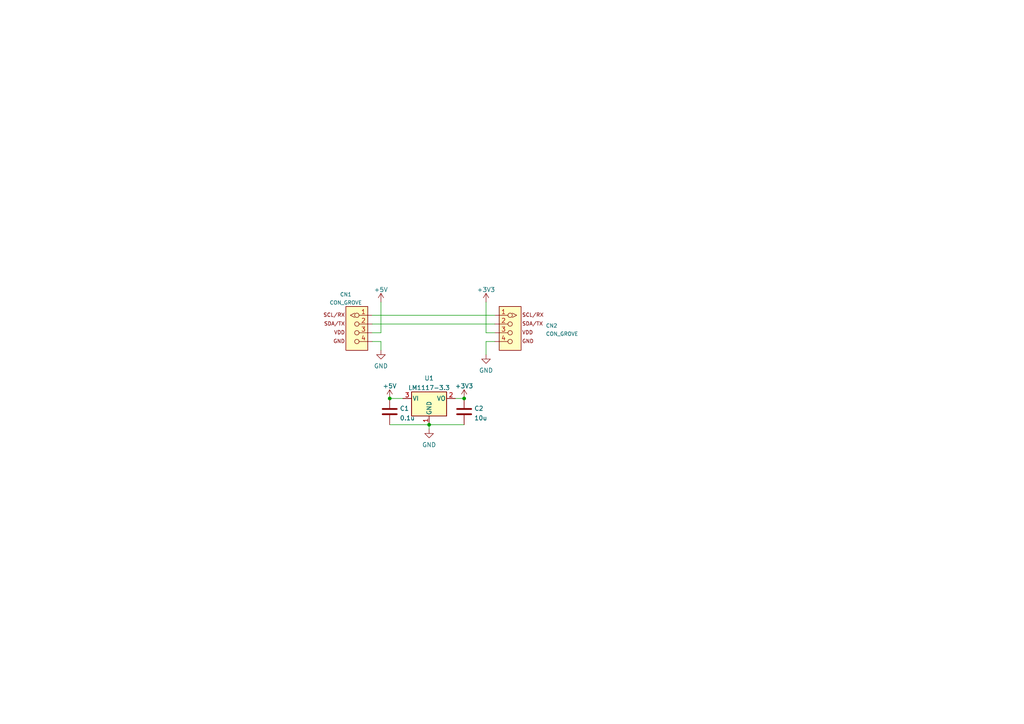
<source format=kicad_sch>
(kicad_sch (version 20211123) (generator eeschema)
  (paper "A4")
  (lib_symbols
    (symbol "Device:C" (pin_numbers hide) (pin_names (offset 0.254))
      (property "Reference" "C" (at 0.635 2.54 0))
      (property "Value" "C" (at 0.635 -2.54 0))
      (symbol "C_0_1"
        (polyline (pts (xy -2.032 -0.762) (xy 2.032 -0.762)) (stroke (width 0.508)))
        (polyline (pts (xy -2.032 0.762) (xy 2.032 0.762)) (stroke (width 0.508)))
      )
      (symbol "C_1_1"
        (pin passive line (at 0 3.81 270) (length 2.794) (name "~") (number "1"))
        (pin passive line (at 0 -3.81 90) (length 2.794) (name "~") (number "2"))
      )
    )
    (symbol "Regulator_Linear:LM1117-3.3" (pin_names (offset 0.254))
      (property "Reference" "U" (at -3.81 3.175 0))
      (property "Value" "LM1117-3.3" (at 0 3.175 0))
      (symbol "LM1117-3.3_0_1"
        (rectangle (start -5.08 -5.08) (end 5.08 1.905) (stroke (width 0.254)) (fill (type background)))
      )
      (symbol "LM1117-3.3_1_1"
        (pin power_in line (at 0 -7.62 90) (length 2.54) (name "GND") (number "1"))
        (pin power_out line (at 7.62 0 180) (length 2.54) (name "VO") (number "2"))
        (pin power_in line (at -7.62 0 0) (length 2.54) (name "VI") (number "3"))
      )
    )
    (symbol "akita:CON_GROVE" (pin_names (offset 1.016))
      (property "Reference" "CN" (at 0 3.81 0))
      (property "Value" "CON_GROVE" (at 3.81 -5.08 90))
      (symbol "CON_GROVE_1_0"
        (text "GND" (at 5.334 -5.588 0) (effects (font (size 1.0668 1.0668)) (justify left bottom)))
        (text "SCL/RX" (at 5.334 2.032 0) (effects (font (size 1.0668 1.0668)) (justify left bottom)))
        (text "SDA/TX" (at 5.334 -0.508 0) (effects (font (size 1.0668 1.0668)) (justify left bottom)))
        (text "VDD" (at 5.334 -3.048 0) (effects (font (size 1.0668 1.0668)) (justify left bottom)))
        (pin bidirectional inverted_clock (at -2.54 2.54 0) (length 5.08) (name "1") (number "1"))
        (pin bidirectional inverted (at -2.54 0 0) (length 5.08) (name "2") (number "2"))
        (pin bidirectional inverted (at -2.54 -2.54 0) (length 5.08) (name "3") (number "3"))
        (pin bidirectional inverted (at -2.54 -5.08 0) (length 5.08) (name "4") (number "4"))
      )
      (symbol "CON_GROVE_1_1"
        (rectangle (start -1.27 5.08) (end 5.08 -7.62) (stroke (width 0.2032)) (fill (type background)))
      )
    )
    (symbol "power:+3V3" (power) (pin_names (offset 0))
      (property "Value" "+3V3" (at 0 3.556 0))
      (symbol "+3V3_0_1"
        (polyline (pts (xy -0.762 1.27) (xy 0 2.54)))
        (polyline (pts (xy 0 0) (xy 0 2.54)))
        (polyline (pts (xy 0 2.54) (xy 0.762 1.27)))
      )
      (symbol "+3V3_1_1"
        (pin power_in line (at 0 0 90) (length 0) hide (name "+3V3") (number "1"))
      )
    )
    (symbol "power:+5V" (power) (pin_names (offset 0))
      (property "Value" "+5V" (at 0 3.556 0))
      (symbol "+5V_0_1"
        (polyline (pts (xy -0.762 1.27) (xy 0 2.54)))
        (polyline (pts (xy 0 0) (xy 0 2.54)))
        (polyline (pts (xy 0 2.54) (xy 0.762 1.27)))
      )
      (symbol "+5V_1_1"
        (pin power_in line (at 0 0 90) (length 0) hide (name "+5V") (number "1"))
      )
    )
    (symbol "power:GND" (power) (pin_names (offset 0))
      (property "Value" "GND" (at 0 -3.81 0))
      (symbol "GND_0_1"
        (polyline (pts (xy 0 0) (xy 0 -1.27) (xy 1.27 -1.27) (xy 0 -2.54) (xy -1.27 -1.27) (xy 0 -1.27)))
      )
      (symbol "GND_1_1"
        (pin power_in line (at 0 0 270) (length 0) hide (name "GND") (number "1"))
      )
    )
  )
  (junction (at 124.46 123.19))
  (junction (at 134.62 115.57))
  (junction (at 113.03 115.57))
  (wire (pts (xy 124.46 123.19) (xy 134.62 123.19)))
  (wire (pts (xy 140.97 96.52) (xy 140.97 87.63)))
  (wire (pts (xy 113.03 115.57) (xy 116.84 115.57)))
  (wire (pts (xy 124.46 123.19) (xy 124.46 124.46)))
  (wire (pts (xy 132.08 115.57) (xy 134.62 115.57)))
  (wire (pts (xy 107.95 99.06) (xy 110.49 99.06)))
  (wire (pts (xy 140.97 99.06) (xy 140.97 102.87)))
  (wire (pts (xy 110.49 99.06) (xy 110.49 101.6)))
  (wire (pts (xy 107.95 91.44) (xy 143.51 91.44)))
  (wire (pts (xy 143.51 96.52) (xy 140.97 96.52)))
  (wire (pts (xy 107.95 93.98) (xy 143.51 93.98)))
  (wire (pts (xy 107.95 96.52) (xy 110.49 96.52)))
  (wire (pts (xy 143.51 99.06) (xy 140.97 99.06)))
  (wire (pts (xy 110.49 96.52) (xy 110.49 87.63)))
  (wire (pts (xy 113.03 123.19) (xy 124.46 123.19)))
  (symbol (lib_id "akita:CON_GROVE") (at 105.41 93.98 0) (mirror y) (unit 1)
    (property "Reference" "CN1" (at 100.2887 85.4106 0) (effects (font (size 1.0668 1.0668))))
    (property "Value" "CON_GROVE" (at 100.2887 87.7823 0) (effects (font (size 1.0668 1.0668))))
    (property "Footprint" "akita:CON_GROVE_H" (effects hide))
  )
  (symbol (lib_id "power:+3V3") (at 140.97 87.63 0) (unit 1)
    (property "Reference" "#PWR06" (effects hide))
    (property "Value" "+3V3" (at 140.97 84.0255 0))
  )
  (symbol (lib_id "Device:C") (at 113.03 119.38 0) (unit 1)
    (property "Reference" "C1" (at 115.951 118.4715 0) (effects (justify left)))
    (property "Value" "0.1u" (at 115.951 121.2466 0) (effects (justify left)))
    (property "Footprint" "Capacitor_SMD:C_0603_1608Metric" (effects hide))
  )
  (symbol (lib_id "power:GND") (at 140.97 102.87 0) (unit 1)
    (property "Reference" "#PWR07" (effects hide))
    (property "Value" "GND" (at 140.97 107.4325 0))
  )
  (symbol (lib_id "power:+5V") (at 110.49 87.63 0) (unit 1)
    (property "Reference" "#PWR01" (effects hide))
    (property "Value" "+5V" (at 110.49 84.0255 0))
  )
  (symbol (lib_id "power:+5V") (at 113.03 115.57 0) (unit 1)
    (property "Reference" "#PWR03" (effects hide))
    (property "Value" "+5V" (at 113.03 111.9655 0))
  )
  (symbol (lib_id "Device:C") (at 134.62 119.38 0) (unit 1)
    (property "Reference" "C2" (at 137.541 118.4715 0) (effects (justify left)))
    (property "Value" "10u" (at 137.541 121.2466 0) (effects (justify left)))
    (property "Footprint" "Capacitor_SMD:C_0603_1608Metric" (effects hide))
  )
  (symbol (lib_id "akita:CON_GROVE") (at 146.05 93.98 0) (unit 1)
    (property "Reference" "CN2" (at 158.2992 94.4665 0) (effects (font (size 1.0668 1.0668)) (justify left)))
    (property "Value" "CON_GROVE" (at 158.2992 96.8382 0) (effects (font (size 1.0668 1.0668)) (justify left)))
    (property "Footprint" "akita:CON_GROVE_H" (effects hide))
  )
  (symbol (lib_id "power:GND") (at 110.49 101.6 0) (unit 1)
    (property "Reference" "#PWR02" (effects hide))
    (property "Value" "GND" (at 110.49 106.1625 0))
  )
  (symbol (lib_id "power:GND") (at 124.46 124.46 0) (unit 1)
    (property "Reference" "#PWR04" (effects hide))
    (property "Value" "GND" (at 124.46 129.0225 0))
  )
  (symbol (lib_id "power:+3V3") (at 134.62 115.57 0) (unit 1)
    (property "Reference" "#PWR05" (effects hide))
    (property "Value" "+3V3" (at 134.62 111.9655 0))
  )
  (symbol (lib_id "Regulator_Linear:LM1117-3.3") (at 124.46 115.57 0) (unit 1)
    (property "Reference" "U1" (at 124.46 109.6985 0))
    (property "Value" "LM1117-3.3" (at 124.46 112.4736 0))
    (property "Footprint" "Package_TO_SOT_SMD:SOT-223-3_TabPin2" (effects hide))
    (property "Datasheet" "http://www.ti.com/lit/ds/symlink/lm1117.pdf" (effects hide))
  )
)
</source>
